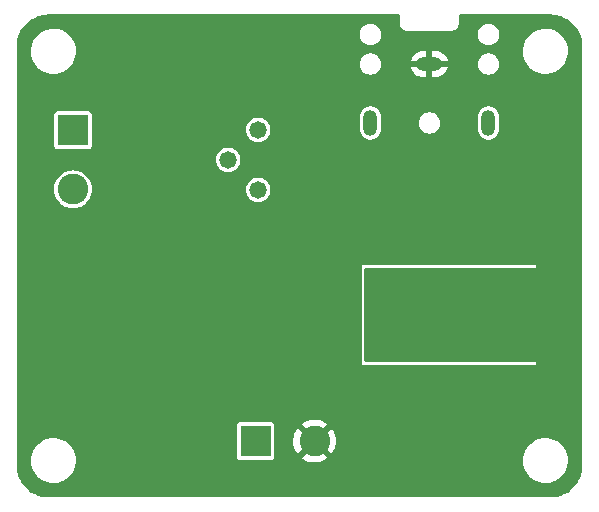
<source format=gbl>
%TF.GenerationSoftware,KiCad,Pcbnew,(6.0.7-1)-1*%
%TF.CreationDate,2022-08-15T15:40:10-06:00*%
%TF.ProjectId,led_modulator,6c65645f-6d6f-4647-956c-61746f722e6b,rev?*%
%TF.SameCoordinates,Original*%
%TF.FileFunction,Copper,L2,Bot*%
%TF.FilePolarity,Positive*%
%FSLAX46Y46*%
G04 Gerber Fmt 4.6, Leading zero omitted, Abs format (unit mm)*
G04 Created by KiCad (PCBNEW (6.0.7-1)-1) date 2022-08-15 15:40:10*
%MOMM*%
%LPD*%
G01*
G04 APERTURE LIST*
%TA.AperFunction,ComponentPad*%
%ADD10R,2.600000X2.600000*%
%TD*%
%TA.AperFunction,ComponentPad*%
%ADD11C,2.600000*%
%TD*%
%TA.AperFunction,ComponentPad*%
%ADD12C,1.473200*%
%TD*%
%TA.AperFunction,ComponentPad*%
%ADD13O,1.200000X2.200000*%
%TD*%
%TA.AperFunction,ComponentPad*%
%ADD14O,2.200000X1.200000*%
%TD*%
%TA.AperFunction,ViaPad*%
%ADD15C,0.800000*%
%TD*%
%TA.AperFunction,ViaPad*%
%ADD16C,0.600000*%
%TD*%
%TA.AperFunction,Conductor*%
%ADD17C,0.400000*%
%TD*%
G04 APERTURE END LIST*
D10*
X132530000Y-142425000D03*
D11*
X137530000Y-142425000D03*
D12*
X132750000Y-116075000D03*
X130210000Y-118615000D03*
X132750000Y-121155000D03*
D10*
X117075000Y-116115000D03*
D11*
X117075000Y-121115000D03*
D13*
X152250000Y-115500000D03*
D14*
X147250000Y-110500000D03*
D13*
X142250000Y-115500000D03*
D15*
X143900000Y-132100000D03*
X125200000Y-126720000D03*
X151450000Y-143500000D03*
X155600000Y-125100000D03*
X143470000Y-143490000D03*
X117800000Y-138200000D03*
X151175000Y-145200000D03*
X119600000Y-144800000D03*
D16*
X147550000Y-139750000D03*
X147298122Y-133103074D03*
X149625000Y-130400000D03*
D17*
X125200000Y-126720000D02*
X125220000Y-126720000D01*
%TA.AperFunction,Conductor*%
G36*
X144708691Y-106319407D02*
G01*
X144744655Y-106368907D01*
X144749500Y-106399500D01*
X144749500Y-106965047D01*
X144747996Y-106982236D01*
X144744864Y-107000000D01*
X144746368Y-107008529D01*
X144746368Y-107008532D01*
X144747033Y-107012304D01*
X144748060Y-107019790D01*
X144755911Y-107099500D01*
X144759636Y-107137322D01*
X144761047Y-107141974D01*
X144761048Y-107141978D01*
X144798277Y-107264706D01*
X144799691Y-107269367D01*
X144864738Y-107391060D01*
X144952275Y-107497725D01*
X145058940Y-107585262D01*
X145180633Y-107650309D01*
X145185293Y-107651723D01*
X145185294Y-107651723D01*
X145308022Y-107688952D01*
X145308026Y-107688953D01*
X145312678Y-107690364D01*
X145377944Y-107696792D01*
X145386537Y-107698253D01*
X145390622Y-107699883D01*
X145396915Y-107700500D01*
X145410731Y-107700500D01*
X145420430Y-107700977D01*
X145430086Y-107701928D01*
X145430212Y-107701940D01*
X145437693Y-107702967D01*
X145441465Y-107703632D01*
X145441471Y-107703632D01*
X145450000Y-107705136D01*
X145467764Y-107702004D01*
X145484953Y-107700500D01*
X149015047Y-107700500D01*
X149032236Y-107702004D01*
X149050000Y-107705136D01*
X149058529Y-107703632D01*
X149058532Y-107703632D01*
X149062304Y-107702967D01*
X149069790Y-107701940D01*
X149182479Y-107690841D01*
X149187322Y-107690364D01*
X149191974Y-107688953D01*
X149191978Y-107688952D01*
X149314706Y-107651723D01*
X149314707Y-107651723D01*
X149319367Y-107650309D01*
X149441060Y-107585262D01*
X149547725Y-107497725D01*
X149635262Y-107391060D01*
X149700309Y-107269367D01*
X149701723Y-107264706D01*
X149738952Y-107141978D01*
X149738953Y-107141974D01*
X149740364Y-107137322D01*
X149746792Y-107072056D01*
X149748253Y-107063463D01*
X149749883Y-107059378D01*
X149750500Y-107053085D01*
X149750500Y-107039269D01*
X149750977Y-107029562D01*
X149751940Y-107019788D01*
X149752967Y-107012307D01*
X149753632Y-107008535D01*
X149753632Y-107008529D01*
X149755136Y-107000000D01*
X149752004Y-106982236D01*
X149750500Y-106965047D01*
X149750500Y-106399500D01*
X149769407Y-106341309D01*
X149818907Y-106305345D01*
X149849500Y-106300500D01*
X157465047Y-106300500D01*
X157482236Y-106302004D01*
X157500000Y-106305136D01*
X157508649Y-106303611D01*
X157531391Y-106302263D01*
X157796702Y-106317163D01*
X157807725Y-106318404D01*
X158011306Y-106352994D01*
X158095209Y-106367250D01*
X158106033Y-106369720D01*
X158201594Y-106397250D01*
X158386252Y-106450450D01*
X158396722Y-106454114D01*
X158666141Y-106565711D01*
X158676131Y-106570522D01*
X158931354Y-106711578D01*
X158940750Y-106717481D01*
X159178581Y-106886232D01*
X159187252Y-106893147D01*
X159316372Y-107008535D01*
X159404689Y-107087460D01*
X159412540Y-107095311D01*
X159445755Y-107132479D01*
X159563921Y-107264706D01*
X159606851Y-107312745D01*
X159613768Y-107321419D01*
X159782516Y-107559246D01*
X159788421Y-107568644D01*
X159907877Y-107784784D01*
X159929475Y-107823863D01*
X159934289Y-107833859D01*
X160001295Y-107995625D01*
X160045885Y-108103274D01*
X160049550Y-108113748D01*
X160072226Y-108192458D01*
X160130280Y-108393967D01*
X160132750Y-108404791D01*
X160175930Y-108658927D01*
X160181595Y-108692271D01*
X160182837Y-108703298D01*
X160193110Y-108886216D01*
X160197737Y-108968609D01*
X160196389Y-108991351D01*
X160194864Y-109000000D01*
X160196368Y-109008528D01*
X160197996Y-109017761D01*
X160199500Y-109034953D01*
X160199500Y-144465047D01*
X160197996Y-144482236D01*
X160194864Y-144500000D01*
X160196368Y-144508530D01*
X160196389Y-144508649D01*
X160197737Y-144531391D01*
X160190476Y-144660694D01*
X160182838Y-144796697D01*
X160181596Y-144807725D01*
X160162618Y-144919421D01*
X160132750Y-145095209D01*
X160130280Y-145106033D01*
X160115557Y-145157138D01*
X160055118Y-145366928D01*
X160049552Y-145386247D01*
X160045886Y-145396722D01*
X159978233Y-145560053D01*
X159934292Y-145666135D01*
X159929478Y-145676131D01*
X159839981Y-145838065D01*
X159788422Y-145931354D01*
X159782519Y-145940750D01*
X159613768Y-146178581D01*
X159606851Y-146187255D01*
X159412540Y-146404689D01*
X159404689Y-146412540D01*
X159187255Y-146606851D01*
X159178581Y-146613768D01*
X159040847Y-146711496D01*
X158940754Y-146782516D01*
X158931356Y-146788421D01*
X158676131Y-146929478D01*
X158666141Y-146934289D01*
X158396722Y-147045886D01*
X158386252Y-147049550D01*
X158201594Y-147102750D01*
X158106033Y-147130280D01*
X158095209Y-147132750D01*
X158011306Y-147147006D01*
X157807725Y-147181596D01*
X157796702Y-147182837D01*
X157531391Y-147197737D01*
X157508649Y-147196389D01*
X157508530Y-147196368D01*
X157500000Y-147194864D01*
X157482236Y-147197996D01*
X157465047Y-147199500D01*
X115034953Y-147199500D01*
X115017764Y-147197996D01*
X115000000Y-147194864D01*
X114991470Y-147196368D01*
X114991351Y-147196389D01*
X114968609Y-147197737D01*
X114703298Y-147182837D01*
X114692275Y-147181596D01*
X114488694Y-147147006D01*
X114404791Y-147132750D01*
X114393967Y-147130280D01*
X114298406Y-147102750D01*
X114113748Y-147049550D01*
X114103278Y-147045886D01*
X113833859Y-146934289D01*
X113823869Y-146929478D01*
X113568644Y-146788421D01*
X113559246Y-146782516D01*
X113459153Y-146711496D01*
X113321419Y-146613768D01*
X113312745Y-146606851D01*
X113095311Y-146412540D01*
X113087460Y-146404689D01*
X112893149Y-146187255D01*
X112886232Y-146178581D01*
X112717481Y-145940750D01*
X112711578Y-145931354D01*
X112660019Y-145838065D01*
X112570522Y-145676131D01*
X112565708Y-145666135D01*
X112521768Y-145560053D01*
X112454114Y-145396722D01*
X112450448Y-145386247D01*
X112444883Y-145366928D01*
X112384443Y-145157138D01*
X112369720Y-145106033D01*
X112367250Y-145095209D01*
X112337382Y-144919421D01*
X112318404Y-144807725D01*
X112317162Y-144796697D01*
X112309525Y-144660694D01*
X112302263Y-144531391D01*
X112303611Y-144508649D01*
X112303632Y-144508530D01*
X112305136Y-144500000D01*
X112302004Y-144482236D01*
X112300500Y-144465047D01*
X112300500Y-144118233D01*
X113519906Y-144118233D01*
X113520246Y-144121795D01*
X113520246Y-144121802D01*
X113538274Y-144310748D01*
X113546102Y-144392792D01*
X113611657Y-144660694D01*
X113715199Y-144916326D01*
X113854558Y-145154335D01*
X114026816Y-145369732D01*
X114228364Y-145558008D01*
X114454979Y-145715216D01*
X114458184Y-145716811D01*
X114458190Y-145716814D01*
X114698699Y-145836466D01*
X114698704Y-145836468D01*
X114701914Y-145838065D01*
X114705325Y-145839183D01*
X114705327Y-145839184D01*
X114960593Y-145922864D01*
X114960596Y-145922865D01*
X114963998Y-145923980D01*
X115235738Y-145971162D01*
X115286160Y-145973672D01*
X115321644Y-145975439D01*
X115321657Y-145975439D01*
X115322876Y-145975500D01*
X115495070Y-145975500D01*
X115700083Y-145960625D01*
X115790086Y-145940754D01*
X115965904Y-145901937D01*
X115965910Y-145901935D01*
X115969403Y-145901164D01*
X115972752Y-145899895D01*
X115972756Y-145899894D01*
X116135951Y-145838065D01*
X116227319Y-145803449D01*
X116468428Y-145669525D01*
X116687678Y-145502198D01*
X116880477Y-145304974D01*
X116992376Y-145151242D01*
X117040682Y-145084876D01*
X117042787Y-145081984D01*
X117171206Y-144837899D01*
X117263045Y-144577832D01*
X117316380Y-144307232D01*
X117330094Y-144031767D01*
X117329754Y-144028205D01*
X117329754Y-144028198D01*
X117305085Y-143769646D01*
X130929500Y-143769646D01*
X130932618Y-143795846D01*
X130978061Y-143898153D01*
X131057287Y-143977241D01*
X131065645Y-143980936D01*
X131152864Y-144019496D01*
X131152866Y-144019496D01*
X131159673Y-144022506D01*
X131167067Y-144023368D01*
X131182378Y-144025153D01*
X131185354Y-144025500D01*
X133874646Y-144025500D01*
X133892561Y-144023368D01*
X133893469Y-144023260D01*
X133893470Y-144023260D01*
X133900846Y-144022382D01*
X134003153Y-143976939D01*
X134082241Y-143897713D01*
X134097497Y-143863205D01*
X136451177Y-143863205D01*
X136451367Y-143864404D01*
X136455505Y-143869271D01*
X136570512Y-143953597D01*
X136576718Y-143957475D01*
X136806985Y-144078625D01*
X136813712Y-144081550D01*
X137059355Y-144167332D01*
X137066421Y-144169226D01*
X137322054Y-144217759D01*
X137329333Y-144218588D01*
X137589325Y-144228803D01*
X137596645Y-144228547D01*
X137855303Y-144200220D01*
X137862486Y-144198888D01*
X138114115Y-144132640D01*
X138121045Y-144130253D01*
X138149022Y-144118233D01*
X155169906Y-144118233D01*
X155170246Y-144121795D01*
X155170246Y-144121802D01*
X155188274Y-144310748D01*
X155196102Y-144392792D01*
X155261657Y-144660694D01*
X155365199Y-144916326D01*
X155504558Y-145154335D01*
X155676816Y-145369732D01*
X155878364Y-145558008D01*
X156104979Y-145715216D01*
X156108184Y-145716811D01*
X156108190Y-145716814D01*
X156348699Y-145836466D01*
X156348704Y-145836468D01*
X156351914Y-145838065D01*
X156355325Y-145839183D01*
X156355327Y-145839184D01*
X156610593Y-145922864D01*
X156610596Y-145922865D01*
X156613998Y-145923980D01*
X156885738Y-145971162D01*
X156936160Y-145973672D01*
X156971644Y-145975439D01*
X156971657Y-145975439D01*
X156972876Y-145975500D01*
X157145070Y-145975500D01*
X157350083Y-145960625D01*
X157440086Y-145940754D01*
X157615904Y-145901937D01*
X157615910Y-145901935D01*
X157619403Y-145901164D01*
X157622752Y-145899895D01*
X157622756Y-145899894D01*
X157785951Y-145838065D01*
X157877319Y-145803449D01*
X158118428Y-145669525D01*
X158337678Y-145502198D01*
X158530477Y-145304974D01*
X158642376Y-145151242D01*
X158690682Y-145084876D01*
X158692787Y-145081984D01*
X158821206Y-144837899D01*
X158913045Y-144577832D01*
X158966380Y-144307232D01*
X158980094Y-144031767D01*
X158979754Y-144028205D01*
X158979754Y-144028198D01*
X158954239Y-143760779D01*
X158954238Y-143760775D01*
X158953898Y-143757208D01*
X158888343Y-143489306D01*
X158784801Y-143233674D01*
X158645442Y-142995665D01*
X158473184Y-142780268D01*
X158271636Y-142591992D01*
X158045021Y-142434784D01*
X158041816Y-142433189D01*
X158041810Y-142433186D01*
X157801301Y-142313534D01*
X157801296Y-142313532D01*
X157798086Y-142311935D01*
X157794675Y-142310817D01*
X157794673Y-142310816D01*
X157539407Y-142227136D01*
X157539404Y-142227135D01*
X157536002Y-142226020D01*
X157264262Y-142178838D01*
X157213840Y-142176328D01*
X157178356Y-142174561D01*
X157178343Y-142174561D01*
X157177124Y-142174500D01*
X157004930Y-142174500D01*
X156799917Y-142189375D01*
X156796406Y-142190150D01*
X156796407Y-142190150D01*
X156534096Y-142248063D01*
X156534090Y-142248065D01*
X156530597Y-142248836D01*
X156527248Y-142250105D01*
X156527244Y-142250106D01*
X156423185Y-142289530D01*
X156272681Y-142346551D01*
X156031572Y-142480475D01*
X155812322Y-142647802D01*
X155619523Y-142845026D01*
X155617414Y-142847923D01*
X155617411Y-142847927D01*
X155478456Y-143038831D01*
X155457213Y-143068016D01*
X155328794Y-143312101D01*
X155236955Y-143572168D01*
X155183620Y-143842768D01*
X155183442Y-143846341D01*
X155183442Y-143846342D01*
X155182042Y-143874456D01*
X155169906Y-144118233D01*
X138149022Y-144118233D01*
X138360098Y-144027548D01*
X138366605Y-144024161D01*
X138587859Y-143887246D01*
X138593782Y-143882942D01*
X138603806Y-143874456D01*
X138610824Y-143863116D01*
X138610596Y-143860053D01*
X138608802Y-143857355D01*
X137541086Y-142789639D01*
X137529203Y-142783585D01*
X137524172Y-142784381D01*
X136457231Y-143851322D01*
X136451177Y-143863205D01*
X134097497Y-143863205D01*
X134127506Y-143795327D01*
X134130500Y-143769646D01*
X134130500Y-142381417D01*
X135725748Y-142381417D01*
X135738232Y-142641315D01*
X135739124Y-142648578D01*
X135789886Y-142903779D01*
X135791843Y-142910835D01*
X135879765Y-143155717D01*
X135882748Y-143162418D01*
X136005900Y-143391614D01*
X136009839Y-143397797D01*
X136083311Y-143496188D01*
X136094205Y-143503887D01*
X136095654Y-143503868D01*
X136100745Y-143500702D01*
X137165361Y-142436086D01*
X137170603Y-142425797D01*
X137888585Y-142425797D01*
X137889381Y-142430828D01*
X138959686Y-143501133D01*
X138971569Y-143507187D01*
X138974524Y-143506719D01*
X139114316Y-143289387D01*
X139117818Y-143282938D01*
X139224681Y-143045710D01*
X139227185Y-143038831D01*
X139297813Y-142788404D01*
X139299274Y-142781220D01*
X139332259Y-142521936D01*
X139332638Y-142516987D01*
X139334982Y-142427492D01*
X139334863Y-142422517D01*
X139315492Y-142161851D01*
X139314411Y-142154622D01*
X139256985Y-141900835D01*
X139254845Y-141893834D01*
X139160539Y-141651326D01*
X139157390Y-141644724D01*
X139028274Y-141418819D01*
X139024174Y-141412742D01*
X138977297Y-141353279D01*
X138966206Y-141345868D01*
X138964063Y-141345952D01*
X138960001Y-141348552D01*
X137894639Y-142413914D01*
X137888585Y-142425797D01*
X137170603Y-142425797D01*
X137171415Y-142424203D01*
X137170619Y-142419172D01*
X136102340Y-141350893D01*
X136090457Y-141344839D01*
X136087655Y-141345282D01*
X136084809Y-141347556D01*
X136062837Y-141373974D01*
X136058574Y-141379950D01*
X135923599Y-141602382D01*
X135920269Y-141608918D01*
X135819653Y-141848860D01*
X135817326Y-141855813D01*
X135753280Y-142107996D01*
X135752008Y-142115212D01*
X135725940Y-142374097D01*
X135725748Y-142381417D01*
X134130500Y-142381417D01*
X134130500Y-141080354D01*
X134127382Y-141054154D01*
X134097384Y-140986619D01*
X136448285Y-140986619D01*
X136452590Y-140994037D01*
X137518914Y-142060361D01*
X137530797Y-142066415D01*
X137535828Y-142065619D01*
X138603666Y-140997781D01*
X138609720Y-140985898D01*
X138609640Y-140985391D01*
X138604675Y-140979705D01*
X138449148Y-140871812D01*
X138442836Y-140868094D01*
X138209482Y-140753017D01*
X138202682Y-140750269D01*
X137954882Y-140670948D01*
X137947755Y-140669237D01*
X137690937Y-140627411D01*
X137683656Y-140626774D01*
X137423469Y-140623368D01*
X137416173Y-140623814D01*
X137158342Y-140658904D01*
X137151190Y-140660424D01*
X136901386Y-140733235D01*
X136894520Y-140735802D01*
X136658231Y-140844733D01*
X136651825Y-140848284D01*
X136456566Y-140976301D01*
X136448285Y-140986619D01*
X134097384Y-140986619D01*
X134081939Y-140951847D01*
X134002713Y-140872759D01*
X133973591Y-140859884D01*
X133907136Y-140830504D01*
X133907134Y-140830504D01*
X133900327Y-140827494D01*
X133886322Y-140825861D01*
X133877494Y-140824832D01*
X133877493Y-140824832D01*
X133874646Y-140824500D01*
X131185354Y-140824500D01*
X131168951Y-140826452D01*
X131166531Y-140826740D01*
X131166530Y-140826740D01*
X131159154Y-140827618D01*
X131056847Y-140873061D01*
X130977759Y-140952287D01*
X130932494Y-141054673D01*
X130929500Y-141080354D01*
X130929500Y-143769646D01*
X117305085Y-143769646D01*
X117304239Y-143760779D01*
X117304238Y-143760775D01*
X117303898Y-143757208D01*
X117238343Y-143489306D01*
X117134801Y-143233674D01*
X116995442Y-142995665D01*
X116823184Y-142780268D01*
X116621636Y-142591992D01*
X116395021Y-142434784D01*
X116391816Y-142433189D01*
X116391810Y-142433186D01*
X116151301Y-142313534D01*
X116151296Y-142313532D01*
X116148086Y-142311935D01*
X116144675Y-142310817D01*
X116144673Y-142310816D01*
X115889407Y-142227136D01*
X115889404Y-142227135D01*
X115886002Y-142226020D01*
X115614262Y-142178838D01*
X115563840Y-142176328D01*
X115528356Y-142174561D01*
X115528343Y-142174561D01*
X115527124Y-142174500D01*
X115354930Y-142174500D01*
X115149917Y-142189375D01*
X115146406Y-142190150D01*
X115146407Y-142190150D01*
X114884096Y-142248063D01*
X114884090Y-142248065D01*
X114880597Y-142248836D01*
X114877248Y-142250105D01*
X114877244Y-142250106D01*
X114773185Y-142289530D01*
X114622681Y-142346551D01*
X114381572Y-142480475D01*
X114162322Y-142647802D01*
X113969523Y-142845026D01*
X113967414Y-142847923D01*
X113967411Y-142847927D01*
X113828456Y-143038831D01*
X113807213Y-143068016D01*
X113678794Y-143312101D01*
X113586955Y-143572168D01*
X113533620Y-143842768D01*
X113533442Y-143846341D01*
X113533442Y-143846342D01*
X113532042Y-143874456D01*
X113519906Y-144118233D01*
X112300500Y-144118233D01*
X112300500Y-136000000D01*
X141500000Y-136000000D01*
X156250000Y-136000000D01*
X156250000Y-135750000D01*
X141849000Y-135750000D01*
X141790809Y-135731093D01*
X141754845Y-135681593D01*
X141750000Y-135651000D01*
X141750000Y-127849000D01*
X141768907Y-127790809D01*
X141818407Y-127754845D01*
X141849000Y-127750000D01*
X156250000Y-127750000D01*
X156250000Y-127500000D01*
X141500000Y-127500000D01*
X141500000Y-136000000D01*
X112300500Y-136000000D01*
X112300500Y-121115000D01*
X115469551Y-121115000D01*
X115469856Y-121118875D01*
X115487871Y-121347771D01*
X115489317Y-121366148D01*
X115548127Y-121611111D01*
X115644534Y-121843859D01*
X115776164Y-122058659D01*
X115939776Y-122250224D01*
X116131341Y-122413836D01*
X116346141Y-122545466D01*
X116434815Y-122582196D01*
X116575298Y-122640386D01*
X116575303Y-122640388D01*
X116578889Y-122641873D01*
X116582663Y-122642779D01*
X116582666Y-122642780D01*
X116820078Y-122699777D01*
X116823852Y-122700683D01*
X116827717Y-122700987D01*
X116827722Y-122700988D01*
X117071125Y-122720144D01*
X117075000Y-122720449D01*
X117078875Y-122720144D01*
X117322278Y-122700988D01*
X117322283Y-122700987D01*
X117326148Y-122700683D01*
X117329922Y-122699777D01*
X117567334Y-122642780D01*
X117567337Y-122642779D01*
X117571111Y-122641873D01*
X117574697Y-122640388D01*
X117574702Y-122640386D01*
X117715185Y-122582196D01*
X117803859Y-122545466D01*
X118018659Y-122413836D01*
X118210224Y-122250224D01*
X118373836Y-122058659D01*
X118505466Y-121843859D01*
X118601873Y-121611111D01*
X118660683Y-121366148D01*
X118662130Y-121347771D01*
X118678446Y-121140450D01*
X131707984Y-121140450D01*
X131725002Y-121343122D01*
X131781063Y-121538629D01*
X131783278Y-121542939D01*
X131816372Y-121607334D01*
X131874030Y-121719524D01*
X132000363Y-121878916D01*
X132155249Y-122010734D01*
X132159472Y-122013094D01*
X132159476Y-122013097D01*
X132274947Y-122077631D01*
X132332789Y-122109958D01*
X132383980Y-122126591D01*
X132521615Y-122171312D01*
X132521618Y-122171313D01*
X132526220Y-122172808D01*
X132728176Y-122196889D01*
X132732998Y-122196518D01*
X132733001Y-122196518D01*
X132799138Y-122191429D01*
X132930962Y-122181286D01*
X133126855Y-122126591D01*
X133131168Y-122124412D01*
X133131174Y-122124410D01*
X133304074Y-122037072D01*
X133304076Y-122037070D01*
X133308395Y-122034889D01*
X133343329Y-122007596D01*
X133464849Y-121912655D01*
X133464853Y-121912651D01*
X133468665Y-121909673D01*
X133492509Y-121882050D01*
X133598401Y-121759371D01*
X133601561Y-121755710D01*
X133702022Y-121578868D01*
X133716958Y-121533971D01*
X133764694Y-121390471D01*
X133764695Y-121390469D01*
X133766221Y-121385880D01*
X133791712Y-121184098D01*
X133792118Y-121155000D01*
X133772271Y-120952585D01*
X133769421Y-120943144D01*
X133714885Y-120762512D01*
X133714883Y-120762507D01*
X133713486Y-120757880D01*
X133662872Y-120662689D01*
X133620275Y-120582575D01*
X133620273Y-120582571D01*
X133618002Y-120578301D01*
X133489456Y-120420688D01*
X133332745Y-120291045D01*
X133153837Y-120194310D01*
X133090362Y-120174661D01*
X132964168Y-120135597D01*
X132964164Y-120135596D01*
X132959547Y-120134167D01*
X132954739Y-120133662D01*
X132954736Y-120133661D01*
X132762091Y-120113413D01*
X132762089Y-120113413D01*
X132757275Y-120112907D01*
X132692844Y-120118771D01*
X132559547Y-120130902D01*
X132559544Y-120130903D01*
X132554727Y-120131341D01*
X132550085Y-120132707D01*
X132550081Y-120132708D01*
X132364263Y-120187397D01*
X132364260Y-120187398D01*
X132359616Y-120188765D01*
X132179375Y-120282993D01*
X132175606Y-120286023D01*
X132175605Y-120286024D01*
X132024641Y-120407401D01*
X132024638Y-120407404D01*
X132020868Y-120410435D01*
X132017755Y-120414146D01*
X132017753Y-120414147D01*
X131893247Y-120562528D01*
X131890134Y-120566238D01*
X131887802Y-120570481D01*
X131887800Y-120570483D01*
X131859113Y-120622666D01*
X131792153Y-120744466D01*
X131790690Y-120749079D01*
X131790688Y-120749083D01*
X131786428Y-120762512D01*
X131730655Y-120938331D01*
X131730115Y-120943143D01*
X131730115Y-120943144D01*
X131710839Y-121115000D01*
X131707984Y-121140450D01*
X118678446Y-121140450D01*
X118680144Y-121118875D01*
X118680449Y-121115000D01*
X118667667Y-120952585D01*
X118660988Y-120867722D01*
X118660987Y-120867717D01*
X118660683Y-120863852D01*
X118601873Y-120618889D01*
X118586832Y-120582575D01*
X118506954Y-120389734D01*
X118505466Y-120386141D01*
X118373836Y-120171341D01*
X118210224Y-119979776D01*
X118018659Y-119816164D01*
X117803859Y-119684534D01*
X117699449Y-119641286D01*
X117574702Y-119589614D01*
X117574697Y-119589612D01*
X117571111Y-119588127D01*
X117567337Y-119587221D01*
X117567334Y-119587220D01*
X117329922Y-119530223D01*
X117329921Y-119530223D01*
X117326148Y-119529317D01*
X117322283Y-119529013D01*
X117322278Y-119529012D01*
X117078875Y-119509856D01*
X117075000Y-119509551D01*
X117071125Y-119509856D01*
X116827722Y-119529012D01*
X116827717Y-119529013D01*
X116823852Y-119529317D01*
X116820079Y-119530223D01*
X116820078Y-119530223D01*
X116582666Y-119587220D01*
X116582663Y-119587221D01*
X116578889Y-119588127D01*
X116575303Y-119589612D01*
X116575298Y-119589614D01*
X116450551Y-119641286D01*
X116346141Y-119684534D01*
X116131341Y-119816164D01*
X115939776Y-119979776D01*
X115776164Y-120171341D01*
X115644534Y-120386141D01*
X115643046Y-120389734D01*
X115563169Y-120582575D01*
X115548127Y-120618889D01*
X115489317Y-120863852D01*
X115489013Y-120867717D01*
X115489012Y-120867722D01*
X115482333Y-120952585D01*
X115469551Y-121115000D01*
X112300500Y-121115000D01*
X112300500Y-118600450D01*
X129167984Y-118600450D01*
X129185002Y-118803122D01*
X129241063Y-118998629D01*
X129243278Y-119002939D01*
X129287546Y-119089076D01*
X129334030Y-119179524D01*
X129460363Y-119338916D01*
X129615249Y-119470734D01*
X129619472Y-119473094D01*
X129619476Y-119473097D01*
X129685249Y-119509856D01*
X129792789Y-119569958D01*
X129843980Y-119586591D01*
X129981615Y-119631312D01*
X129981618Y-119631313D01*
X129986220Y-119632808D01*
X130188176Y-119656889D01*
X130192998Y-119656518D01*
X130193001Y-119656518D01*
X130259138Y-119651429D01*
X130390962Y-119641286D01*
X130586855Y-119586591D01*
X130591168Y-119584412D01*
X130591174Y-119584410D01*
X130764074Y-119497072D01*
X130764076Y-119497070D01*
X130768395Y-119494889D01*
X130803329Y-119467596D01*
X130924849Y-119372655D01*
X130924853Y-119372651D01*
X130928665Y-119369673D01*
X130952509Y-119342050D01*
X131058401Y-119219371D01*
X131061561Y-119215710D01*
X131162022Y-119038868D01*
X131176958Y-118993971D01*
X131224694Y-118850471D01*
X131224695Y-118850469D01*
X131226221Y-118845880D01*
X131251712Y-118644098D01*
X131252118Y-118615000D01*
X131232271Y-118412585D01*
X131229421Y-118403144D01*
X131174885Y-118222512D01*
X131174883Y-118222507D01*
X131173486Y-118217880D01*
X131078002Y-118038301D01*
X130949456Y-117880688D01*
X130792745Y-117751045D01*
X130644057Y-117670650D01*
X130618091Y-117656610D01*
X130618090Y-117656610D01*
X130613837Y-117654310D01*
X130550701Y-117634766D01*
X130424168Y-117595597D01*
X130424164Y-117595596D01*
X130419547Y-117594167D01*
X130414739Y-117593662D01*
X130414736Y-117593661D01*
X130222091Y-117573413D01*
X130222089Y-117573413D01*
X130217275Y-117572907D01*
X130152844Y-117578771D01*
X130019547Y-117590902D01*
X130019544Y-117590903D01*
X130014727Y-117591341D01*
X130010085Y-117592707D01*
X130010081Y-117592708D01*
X129824263Y-117647397D01*
X129824260Y-117647398D01*
X129819616Y-117648765D01*
X129639375Y-117742993D01*
X129635606Y-117746023D01*
X129635605Y-117746024D01*
X129484641Y-117867401D01*
X129484638Y-117867404D01*
X129480868Y-117870435D01*
X129477755Y-117874146D01*
X129477753Y-117874147D01*
X129353247Y-118022528D01*
X129350134Y-118026238D01*
X129347802Y-118030481D01*
X129347800Y-118030483D01*
X129341153Y-118042575D01*
X129252153Y-118204466D01*
X129250690Y-118209079D01*
X129250688Y-118209083D01*
X129246428Y-118222512D01*
X129190655Y-118398331D01*
X129167984Y-118600450D01*
X112300500Y-118600450D01*
X112300500Y-117459646D01*
X115474500Y-117459646D01*
X115477618Y-117485846D01*
X115523061Y-117588153D01*
X115602287Y-117667241D01*
X115610645Y-117670936D01*
X115697864Y-117709496D01*
X115697866Y-117709496D01*
X115704673Y-117712506D01*
X115712067Y-117713368D01*
X115727378Y-117715153D01*
X115730354Y-117715500D01*
X118419646Y-117715500D01*
X118437561Y-117713368D01*
X118438469Y-117713260D01*
X118438470Y-117713260D01*
X118445846Y-117712382D01*
X118548153Y-117666939D01*
X118566296Y-117648765D01*
X118588024Y-117626998D01*
X118627241Y-117587713D01*
X118672506Y-117485327D01*
X118675500Y-117459646D01*
X118675500Y-116060450D01*
X131707984Y-116060450D01*
X131711416Y-116101324D01*
X131718716Y-116188256D01*
X131725002Y-116263122D01*
X131726335Y-116267770D01*
X131726335Y-116267771D01*
X131764395Y-116400500D01*
X131781063Y-116458629D01*
X131783278Y-116462939D01*
X131816573Y-116527725D01*
X131874030Y-116639524D01*
X132000363Y-116798916D01*
X132155249Y-116930734D01*
X132159472Y-116933094D01*
X132159476Y-116933097D01*
X132202375Y-116957072D01*
X132332789Y-117029958D01*
X132383980Y-117046591D01*
X132521615Y-117091312D01*
X132521618Y-117091313D01*
X132526220Y-117092808D01*
X132728176Y-117116889D01*
X132732998Y-117116518D01*
X132733001Y-117116518D01*
X132799138Y-117111429D01*
X132930962Y-117101286D01*
X133126855Y-117046591D01*
X133131168Y-117044412D01*
X133131174Y-117044410D01*
X133304074Y-116957072D01*
X133304076Y-116957070D01*
X133308395Y-116954889D01*
X133343329Y-116927596D01*
X133464849Y-116832655D01*
X133464853Y-116832651D01*
X133468665Y-116829673D01*
X133492509Y-116802050D01*
X133598401Y-116679371D01*
X133601561Y-116675710D01*
X133702022Y-116498868D01*
X133716958Y-116453971D01*
X133764694Y-116310471D01*
X133764695Y-116310469D01*
X133766221Y-116305880D01*
X133775926Y-116229061D01*
X133781732Y-116183098D01*
X133791712Y-116104098D01*
X133792118Y-116075000D01*
X133789391Y-116047192D01*
X141349500Y-116047192D01*
X141364326Y-116188256D01*
X141365927Y-116193183D01*
X141365928Y-116193188D01*
X141421219Y-116363354D01*
X141422821Y-116368284D01*
X141425412Y-116372772D01*
X141425413Y-116372774D01*
X141500641Y-116503072D01*
X141517467Y-116532216D01*
X141520939Y-116536072D01*
X141640659Y-116669035D01*
X141640663Y-116669038D01*
X141644129Y-116672888D01*
X141797270Y-116784151D01*
X141802002Y-116786258D01*
X141802004Y-116786259D01*
X141830432Y-116798916D01*
X141970197Y-116861144D01*
X141975267Y-116862222D01*
X141975268Y-116862222D01*
X142012610Y-116870159D01*
X142155354Y-116900500D01*
X142344646Y-116900500D01*
X142487390Y-116870159D01*
X142524732Y-116862222D01*
X142524733Y-116862222D01*
X142529803Y-116861144D01*
X142669568Y-116798916D01*
X142697996Y-116786259D01*
X142697998Y-116786258D01*
X142702730Y-116784151D01*
X142855871Y-116672888D01*
X142859337Y-116669038D01*
X142859341Y-116669035D01*
X142979061Y-116536072D01*
X142982533Y-116532216D01*
X142999359Y-116503072D01*
X143074587Y-116372774D01*
X143074588Y-116372772D01*
X143077179Y-116368284D01*
X143078781Y-116363354D01*
X143134072Y-116193188D01*
X143134073Y-116193183D01*
X143135674Y-116188256D01*
X143150500Y-116047192D01*
X143150500Y-115594646D01*
X146349500Y-115594646D01*
X146388856Y-115779803D01*
X146390965Y-115784539D01*
X146390965Y-115784540D01*
X146421765Y-115853716D01*
X146465849Y-115952730D01*
X146577112Y-116105871D01*
X146580962Y-116109337D01*
X146580965Y-116109341D01*
X146674087Y-116193188D01*
X146717784Y-116232533D01*
X146722274Y-116235125D01*
X146722275Y-116235126D01*
X146877226Y-116324587D01*
X146877228Y-116324588D01*
X146881716Y-116327179D01*
X146886645Y-116328780D01*
X146886646Y-116328781D01*
X147056812Y-116384072D01*
X147056817Y-116384073D01*
X147061744Y-116385674D01*
X147202808Y-116400500D01*
X147297192Y-116400500D01*
X147438256Y-116385674D01*
X147443183Y-116384073D01*
X147443188Y-116384072D01*
X147613354Y-116328781D01*
X147613355Y-116328780D01*
X147618284Y-116327179D01*
X147622772Y-116324588D01*
X147622774Y-116324587D01*
X147777725Y-116235126D01*
X147777726Y-116235125D01*
X147782216Y-116232533D01*
X147825913Y-116193188D01*
X147919035Y-116109341D01*
X147919038Y-116109337D01*
X147922888Y-116105871D01*
X147965521Y-116047192D01*
X151349500Y-116047192D01*
X151364326Y-116188256D01*
X151365927Y-116193183D01*
X151365928Y-116193188D01*
X151421219Y-116363354D01*
X151422821Y-116368284D01*
X151425412Y-116372772D01*
X151425413Y-116372774D01*
X151500641Y-116503072D01*
X151517467Y-116532216D01*
X151520939Y-116536072D01*
X151640659Y-116669035D01*
X151640663Y-116669038D01*
X151644129Y-116672888D01*
X151797270Y-116784151D01*
X151802002Y-116786258D01*
X151802004Y-116786259D01*
X151830432Y-116798916D01*
X151970197Y-116861144D01*
X151975267Y-116862222D01*
X151975268Y-116862222D01*
X152012610Y-116870159D01*
X152155354Y-116900500D01*
X152344646Y-116900500D01*
X152487390Y-116870159D01*
X152524732Y-116862222D01*
X152524733Y-116862222D01*
X152529803Y-116861144D01*
X152669568Y-116798916D01*
X152697996Y-116786259D01*
X152697998Y-116786258D01*
X152702730Y-116784151D01*
X152855871Y-116672888D01*
X152859337Y-116669038D01*
X152859341Y-116669035D01*
X152979061Y-116536072D01*
X152982533Y-116532216D01*
X152999359Y-116503072D01*
X153074587Y-116372774D01*
X153074588Y-116372772D01*
X153077179Y-116368284D01*
X153078781Y-116363354D01*
X153134072Y-116193188D01*
X153134073Y-116193183D01*
X153135674Y-116188256D01*
X153150500Y-116047192D01*
X153150500Y-114952808D01*
X153135674Y-114811744D01*
X153134073Y-114806817D01*
X153134072Y-114806812D01*
X153078781Y-114636646D01*
X153078780Y-114636645D01*
X153077179Y-114631716D01*
X153035234Y-114559064D01*
X152985126Y-114472275D01*
X152985125Y-114472274D01*
X152982533Y-114467784D01*
X152974044Y-114458356D01*
X152859341Y-114330965D01*
X152859337Y-114330962D01*
X152855871Y-114327112D01*
X152702730Y-114215849D01*
X152697998Y-114213742D01*
X152697996Y-114213741D01*
X152534540Y-114140965D01*
X152534539Y-114140965D01*
X152529803Y-114138856D01*
X152524733Y-114137778D01*
X152524732Y-114137778D01*
X152487390Y-114129841D01*
X152344646Y-114099500D01*
X152155354Y-114099500D01*
X152012610Y-114129841D01*
X151975268Y-114137778D01*
X151975267Y-114137778D01*
X151970197Y-114138856D01*
X151965461Y-114140965D01*
X151965460Y-114140965D01*
X151802004Y-114213741D01*
X151802002Y-114213742D01*
X151797270Y-114215849D01*
X151644129Y-114327112D01*
X151640663Y-114330962D01*
X151640659Y-114330965D01*
X151525956Y-114458356D01*
X151517467Y-114467784D01*
X151514875Y-114472274D01*
X151514874Y-114472275D01*
X151464767Y-114559064D01*
X151422821Y-114631716D01*
X151421220Y-114636645D01*
X151421219Y-114636646D01*
X151365928Y-114806812D01*
X151365927Y-114806817D01*
X151364326Y-114811744D01*
X151349500Y-114952808D01*
X151349500Y-116047192D01*
X147965521Y-116047192D01*
X148034151Y-115952730D01*
X148078236Y-115853716D01*
X148109035Y-115784540D01*
X148109035Y-115784539D01*
X148111144Y-115779803D01*
X148150500Y-115594646D01*
X148150500Y-115405354D01*
X148111144Y-115220197D01*
X148065024Y-115116610D01*
X148036259Y-115052004D01*
X148036258Y-115052002D01*
X148034151Y-115047270D01*
X147922888Y-114894129D01*
X147919038Y-114890663D01*
X147919035Y-114890659D01*
X147786072Y-114770939D01*
X147782216Y-114767467D01*
X147777725Y-114764874D01*
X147622774Y-114675413D01*
X147622772Y-114675412D01*
X147618284Y-114672821D01*
X147613354Y-114671219D01*
X147443188Y-114615928D01*
X147443183Y-114615927D01*
X147438256Y-114614326D01*
X147297192Y-114599500D01*
X147202808Y-114599500D01*
X147061744Y-114614326D01*
X147056817Y-114615927D01*
X147056812Y-114615928D01*
X146886646Y-114671219D01*
X146881716Y-114672821D01*
X146877228Y-114675412D01*
X146877226Y-114675413D01*
X146722275Y-114764874D01*
X146717784Y-114767467D01*
X146713928Y-114770939D01*
X146580965Y-114890659D01*
X146580962Y-114890663D01*
X146577112Y-114894129D01*
X146465849Y-115047270D01*
X146463742Y-115052002D01*
X146463741Y-115052004D01*
X146434976Y-115116610D01*
X146388856Y-115220197D01*
X146349500Y-115405354D01*
X146349500Y-115594646D01*
X143150500Y-115594646D01*
X143150500Y-114952808D01*
X143135674Y-114811744D01*
X143134073Y-114806817D01*
X143134072Y-114806812D01*
X143078781Y-114636646D01*
X143078780Y-114636645D01*
X143077179Y-114631716D01*
X143035234Y-114559064D01*
X142985126Y-114472275D01*
X142985125Y-114472274D01*
X142982533Y-114467784D01*
X142974044Y-114458356D01*
X142859341Y-114330965D01*
X142859337Y-114330962D01*
X142855871Y-114327112D01*
X142702730Y-114215849D01*
X142697998Y-114213742D01*
X142697996Y-114213741D01*
X142534540Y-114140965D01*
X142534539Y-114140965D01*
X142529803Y-114138856D01*
X142524733Y-114137778D01*
X142524732Y-114137778D01*
X142487390Y-114129841D01*
X142344646Y-114099500D01*
X142155354Y-114099500D01*
X142012610Y-114129841D01*
X141975268Y-114137778D01*
X141975267Y-114137778D01*
X141970197Y-114138856D01*
X141965461Y-114140965D01*
X141965460Y-114140965D01*
X141802004Y-114213741D01*
X141802002Y-114213742D01*
X141797270Y-114215849D01*
X141644129Y-114327112D01*
X141640663Y-114330962D01*
X141640659Y-114330965D01*
X141525956Y-114458356D01*
X141517467Y-114467784D01*
X141514875Y-114472274D01*
X141514874Y-114472275D01*
X141464767Y-114559064D01*
X141422821Y-114631716D01*
X141421220Y-114636645D01*
X141421219Y-114636646D01*
X141365928Y-114806812D01*
X141365927Y-114806817D01*
X141364326Y-114811744D01*
X141349500Y-114952808D01*
X141349500Y-116047192D01*
X133789391Y-116047192D01*
X133772271Y-115872585D01*
X133769421Y-115863144D01*
X133714885Y-115682512D01*
X133714883Y-115682507D01*
X133713486Y-115677880D01*
X133618002Y-115498301D01*
X133546429Y-115410543D01*
X133492517Y-115344441D01*
X133492516Y-115344440D01*
X133489456Y-115340688D01*
X133332745Y-115211045D01*
X133153837Y-115114310D01*
X133090701Y-115094766D01*
X132964168Y-115055597D01*
X132964164Y-115055596D01*
X132959547Y-115054167D01*
X132954739Y-115053662D01*
X132954736Y-115053661D01*
X132762091Y-115033413D01*
X132762089Y-115033413D01*
X132757275Y-115032907D01*
X132692844Y-115038771D01*
X132559547Y-115050902D01*
X132559544Y-115050903D01*
X132554727Y-115051341D01*
X132550085Y-115052707D01*
X132550081Y-115052708D01*
X132364263Y-115107397D01*
X132364260Y-115107398D01*
X132359616Y-115108765D01*
X132179375Y-115202993D01*
X132175606Y-115206023D01*
X132175605Y-115206024D01*
X132024641Y-115327401D01*
X132024638Y-115327404D01*
X132020868Y-115330435D01*
X132017755Y-115334146D01*
X132017753Y-115334147D01*
X131893247Y-115482528D01*
X131890134Y-115486238D01*
X131887802Y-115490481D01*
X131887800Y-115490483D01*
X131830537Y-115594646D01*
X131792153Y-115664466D01*
X131790690Y-115669079D01*
X131790688Y-115669083D01*
X131786428Y-115682512D01*
X131730655Y-115858331D01*
X131730115Y-115863143D01*
X131730115Y-115863144D01*
X131709184Y-116049756D01*
X131707984Y-116060450D01*
X118675500Y-116060450D01*
X118675500Y-114770354D01*
X118672382Y-114744154D01*
X118626939Y-114641847D01*
X118616791Y-114631716D01*
X118554179Y-114569214D01*
X118547713Y-114562759D01*
X118518591Y-114549884D01*
X118452136Y-114520504D01*
X118452134Y-114520504D01*
X118445327Y-114517494D01*
X118431322Y-114515861D01*
X118422494Y-114514832D01*
X118422493Y-114514832D01*
X118419646Y-114514500D01*
X115730354Y-114514500D01*
X115713951Y-114516452D01*
X115711531Y-114516740D01*
X115711530Y-114516740D01*
X115704154Y-114517618D01*
X115601847Y-114563061D01*
X115522759Y-114642287D01*
X115477494Y-114744673D01*
X115474500Y-114770354D01*
X115474500Y-117459646D01*
X112300500Y-117459646D01*
X112300500Y-109468233D01*
X113519906Y-109468233D01*
X113520246Y-109471795D01*
X113520246Y-109471802D01*
X113545761Y-109739221D01*
X113546102Y-109742792D01*
X113611657Y-110010694D01*
X113715199Y-110266326D01*
X113854558Y-110504335D01*
X114026816Y-110719732D01*
X114228364Y-110908008D01*
X114454979Y-111065216D01*
X114458184Y-111066811D01*
X114458190Y-111066814D01*
X114698699Y-111186466D01*
X114698704Y-111186468D01*
X114701914Y-111188065D01*
X114705325Y-111189183D01*
X114705327Y-111189184D01*
X114960593Y-111272864D01*
X114960596Y-111272865D01*
X114963998Y-111273980D01*
X115235738Y-111321162D01*
X115286160Y-111323672D01*
X115321644Y-111325439D01*
X115321657Y-111325439D01*
X115322876Y-111325500D01*
X115495070Y-111325500D01*
X115700083Y-111310625D01*
X115763367Y-111296653D01*
X115965904Y-111251937D01*
X115965910Y-111251935D01*
X115969403Y-111251164D01*
X115972752Y-111249895D01*
X115972756Y-111249894D01*
X116135951Y-111188065D01*
X116227319Y-111153449D01*
X116468428Y-111019525D01*
X116687678Y-110852198D01*
X116880477Y-110654974D01*
X116920696Y-110599720D01*
X116924389Y-110594646D01*
X141349500Y-110594646D01*
X141388856Y-110779803D01*
X141390965Y-110784539D01*
X141390965Y-110784540D01*
X141426363Y-110864043D01*
X141465849Y-110952730D01*
X141577112Y-111105871D01*
X141580962Y-111109337D01*
X141580965Y-111109341D01*
X141668397Y-111188065D01*
X141717784Y-111232533D01*
X141722274Y-111235125D01*
X141722275Y-111235126D01*
X141877226Y-111324587D01*
X141877228Y-111324588D01*
X141881716Y-111327179D01*
X141886645Y-111328780D01*
X141886646Y-111328781D01*
X142056812Y-111384072D01*
X142056817Y-111384073D01*
X142061744Y-111385674D01*
X142202808Y-111400500D01*
X142297192Y-111400500D01*
X142438256Y-111385674D01*
X142443183Y-111384073D01*
X142443188Y-111384072D01*
X142613354Y-111328781D01*
X142613355Y-111328780D01*
X142618284Y-111327179D01*
X142622772Y-111324588D01*
X142622774Y-111324587D01*
X142777725Y-111235126D01*
X142777726Y-111235125D01*
X142782216Y-111232533D01*
X142831603Y-111188065D01*
X142919035Y-111109341D01*
X142919038Y-111109337D01*
X142922888Y-111105871D01*
X143034151Y-110952730D01*
X143073638Y-110864043D01*
X143109035Y-110784540D01*
X143109035Y-110784539D01*
X143111144Y-110779803D01*
X143114645Y-110763333D01*
X145681960Y-110763333D01*
X145704093Y-110855171D01*
X145707148Y-110864043D01*
X145790126Y-111046541D01*
X145794802Y-111054674D01*
X145910791Y-111218189D01*
X145916920Y-111225289D01*
X146061738Y-111363923D01*
X146069101Y-111369737D01*
X146237523Y-111478487D01*
X146245839Y-111482798D01*
X146431799Y-111557742D01*
X146440779Y-111560402D01*
X146638677Y-111599048D01*
X146645728Y-111599904D01*
X146646472Y-111599940D01*
X146648916Y-111600000D01*
X146984320Y-111600000D01*
X146997005Y-111595878D01*
X147000000Y-111591757D01*
X147000000Y-111584320D01*
X147500000Y-111584320D01*
X147504122Y-111597005D01*
X147508243Y-111600000D01*
X147800087Y-111600000D01*
X147804801Y-111599775D01*
X147954258Y-111585516D01*
X147963470Y-111583742D01*
X148155846Y-111527306D01*
X148164549Y-111523825D01*
X148342784Y-111432028D01*
X148350671Y-111426964D01*
X148508324Y-111303126D01*
X148515122Y-111296653D01*
X148646512Y-111145239D01*
X148651963Y-111137597D01*
X148752352Y-110964068D01*
X148756254Y-110955545D01*
X148822022Y-110766154D01*
X148822668Y-110763503D01*
X148820755Y-110752373D01*
X148819717Y-110751362D01*
X148813876Y-110750000D01*
X147515680Y-110750000D01*
X147502995Y-110754122D01*
X147500000Y-110758243D01*
X147500000Y-111584320D01*
X147000000Y-111584320D01*
X147000000Y-110765680D01*
X146995878Y-110752995D01*
X146991757Y-110750000D01*
X145694427Y-110750000D01*
X145682325Y-110753932D01*
X145681960Y-110763333D01*
X143114645Y-110763333D01*
X143150500Y-110594646D01*
X151349500Y-110594646D01*
X151388856Y-110779803D01*
X151390965Y-110784539D01*
X151390965Y-110784540D01*
X151426363Y-110864043D01*
X151465849Y-110952730D01*
X151577112Y-111105871D01*
X151580962Y-111109337D01*
X151580965Y-111109341D01*
X151668397Y-111188065D01*
X151717784Y-111232533D01*
X151722274Y-111235125D01*
X151722275Y-111235126D01*
X151877226Y-111324587D01*
X151877228Y-111324588D01*
X151881716Y-111327179D01*
X151886645Y-111328780D01*
X151886646Y-111328781D01*
X152056812Y-111384072D01*
X152056817Y-111384073D01*
X152061744Y-111385674D01*
X152202808Y-111400500D01*
X152297192Y-111400500D01*
X152438256Y-111385674D01*
X152443183Y-111384073D01*
X152443188Y-111384072D01*
X152613354Y-111328781D01*
X152613355Y-111328780D01*
X152618284Y-111327179D01*
X152622772Y-111324588D01*
X152622774Y-111324587D01*
X152777725Y-111235126D01*
X152777726Y-111235125D01*
X152782216Y-111232533D01*
X152831603Y-111188065D01*
X152919035Y-111109341D01*
X152919038Y-111109337D01*
X152922888Y-111105871D01*
X153034151Y-110952730D01*
X153073638Y-110864043D01*
X153109035Y-110784540D01*
X153109035Y-110784539D01*
X153111144Y-110779803D01*
X153150500Y-110594646D01*
X153150500Y-110405354D01*
X153111144Y-110220197D01*
X153077588Y-110144829D01*
X153036259Y-110052004D01*
X153036258Y-110052002D01*
X153034151Y-110047270D01*
X152922888Y-109894129D01*
X152919038Y-109890663D01*
X152919035Y-109890659D01*
X152786072Y-109770939D01*
X152782216Y-109767467D01*
X152739478Y-109742792D01*
X152622774Y-109675413D01*
X152622772Y-109675412D01*
X152618284Y-109672821D01*
X152613354Y-109671219D01*
X152443188Y-109615928D01*
X152443183Y-109615927D01*
X152438256Y-109614326D01*
X152297192Y-109599500D01*
X152202808Y-109599500D01*
X152061744Y-109614326D01*
X152056817Y-109615927D01*
X152056812Y-109615928D01*
X151886646Y-109671219D01*
X151881716Y-109672821D01*
X151877228Y-109675412D01*
X151877226Y-109675413D01*
X151760522Y-109742792D01*
X151717784Y-109767467D01*
X151713928Y-109770939D01*
X151580965Y-109890659D01*
X151580962Y-109890663D01*
X151577112Y-109894129D01*
X151465849Y-110047270D01*
X151463742Y-110052002D01*
X151463741Y-110052004D01*
X151422412Y-110144829D01*
X151388856Y-110220197D01*
X151349500Y-110405354D01*
X151349500Y-110594646D01*
X143150500Y-110594646D01*
X143150500Y-110405354D01*
X143114609Y-110236497D01*
X145677332Y-110236497D01*
X145679245Y-110247627D01*
X145680283Y-110248638D01*
X145686124Y-110250000D01*
X146984320Y-110250000D01*
X146997005Y-110245878D01*
X147000000Y-110241757D01*
X147000000Y-110234320D01*
X147500000Y-110234320D01*
X147504122Y-110247005D01*
X147508243Y-110250000D01*
X148805573Y-110250000D01*
X148817675Y-110246068D01*
X148818040Y-110236667D01*
X148795907Y-110144829D01*
X148792852Y-110135957D01*
X148709874Y-109953459D01*
X148705198Y-109945326D01*
X148589209Y-109781811D01*
X148583080Y-109774711D01*
X148438262Y-109636077D01*
X148430899Y-109630263D01*
X148262477Y-109521513D01*
X148254161Y-109517202D01*
X148132653Y-109468233D01*
X155169906Y-109468233D01*
X155170246Y-109471795D01*
X155170246Y-109471802D01*
X155195761Y-109739221D01*
X155196102Y-109742792D01*
X155261657Y-110010694D01*
X155365199Y-110266326D01*
X155504558Y-110504335D01*
X155676816Y-110719732D01*
X155878364Y-110908008D01*
X156104979Y-111065216D01*
X156108184Y-111066811D01*
X156108190Y-111066814D01*
X156348699Y-111186466D01*
X156348704Y-111186468D01*
X156351914Y-111188065D01*
X156355325Y-111189183D01*
X156355327Y-111189184D01*
X156610593Y-111272864D01*
X156610596Y-111272865D01*
X156613998Y-111273980D01*
X156885738Y-111321162D01*
X156936160Y-111323672D01*
X156971644Y-111325439D01*
X156971657Y-111325439D01*
X156972876Y-111325500D01*
X157145070Y-111325500D01*
X157350083Y-111310625D01*
X157413367Y-111296653D01*
X157615904Y-111251937D01*
X157615910Y-111251935D01*
X157619403Y-111251164D01*
X157622752Y-111249895D01*
X157622756Y-111249894D01*
X157785951Y-111188065D01*
X157877319Y-111153449D01*
X158118428Y-111019525D01*
X158337678Y-110852198D01*
X158530477Y-110654974D01*
X158570696Y-110599720D01*
X158690682Y-110434876D01*
X158692787Y-110431984D01*
X158821206Y-110187899D01*
X158913045Y-109927832D01*
X158966380Y-109657232D01*
X158980094Y-109381767D01*
X158979754Y-109378205D01*
X158979754Y-109378198D01*
X158954239Y-109110779D01*
X158954238Y-109110775D01*
X158953898Y-109107208D01*
X158888343Y-108839306D01*
X158784801Y-108583674D01*
X158645442Y-108345665D01*
X158473184Y-108130268D01*
X158271636Y-107941992D01*
X158045021Y-107784784D01*
X158041816Y-107783189D01*
X158041810Y-107783186D01*
X157801301Y-107663534D01*
X157801296Y-107663532D01*
X157798086Y-107661935D01*
X157794675Y-107660817D01*
X157794673Y-107660816D01*
X157539407Y-107577136D01*
X157539404Y-107577135D01*
X157536002Y-107576020D01*
X157264262Y-107528838D01*
X157213840Y-107526328D01*
X157178356Y-107524561D01*
X157178343Y-107524561D01*
X157177124Y-107524500D01*
X157004930Y-107524500D01*
X156799917Y-107539375D01*
X156796406Y-107540150D01*
X156796407Y-107540150D01*
X156534096Y-107598063D01*
X156534090Y-107598065D01*
X156530597Y-107598836D01*
X156527248Y-107600105D01*
X156527244Y-107600106D01*
X156423185Y-107639530D01*
X156272681Y-107696551D01*
X156031572Y-107830475D01*
X155812322Y-107997802D01*
X155619523Y-108195026D01*
X155617414Y-108197923D01*
X155617411Y-108197927D01*
X155474718Y-108393967D01*
X155457213Y-108418016D01*
X155328794Y-108662101D01*
X155236955Y-108922168D01*
X155183620Y-109192768D01*
X155169906Y-109468233D01*
X148132653Y-109468233D01*
X148068201Y-109442258D01*
X148059221Y-109439598D01*
X147861323Y-109400952D01*
X147854272Y-109400096D01*
X147853528Y-109400060D01*
X147851084Y-109400000D01*
X147515680Y-109400000D01*
X147502995Y-109404122D01*
X147500000Y-109408243D01*
X147500000Y-110234320D01*
X147000000Y-110234320D01*
X147000000Y-109415680D01*
X146995878Y-109402995D01*
X146991757Y-109400000D01*
X146699913Y-109400000D01*
X146695199Y-109400225D01*
X146545742Y-109414484D01*
X146536530Y-109416258D01*
X146344154Y-109472694D01*
X146335451Y-109476175D01*
X146157216Y-109567972D01*
X146149329Y-109573036D01*
X145991676Y-109696874D01*
X145984878Y-109703347D01*
X145853488Y-109854761D01*
X145848037Y-109862403D01*
X145747648Y-110035932D01*
X145743746Y-110044455D01*
X145677978Y-110233846D01*
X145677332Y-110236497D01*
X143114609Y-110236497D01*
X143111144Y-110220197D01*
X143077588Y-110144829D01*
X143036259Y-110052004D01*
X143036258Y-110052002D01*
X143034151Y-110047270D01*
X142922888Y-109894129D01*
X142919038Y-109890663D01*
X142919035Y-109890659D01*
X142786072Y-109770939D01*
X142782216Y-109767467D01*
X142739478Y-109742792D01*
X142622774Y-109675413D01*
X142622772Y-109675412D01*
X142618284Y-109672821D01*
X142613354Y-109671219D01*
X142443188Y-109615928D01*
X142443183Y-109615927D01*
X142438256Y-109614326D01*
X142297192Y-109599500D01*
X142202808Y-109599500D01*
X142061744Y-109614326D01*
X142056817Y-109615927D01*
X142056812Y-109615928D01*
X141886646Y-109671219D01*
X141881716Y-109672821D01*
X141877228Y-109675412D01*
X141877226Y-109675413D01*
X141760522Y-109742792D01*
X141717784Y-109767467D01*
X141713928Y-109770939D01*
X141580965Y-109890659D01*
X141580962Y-109890663D01*
X141577112Y-109894129D01*
X141465849Y-110047270D01*
X141463742Y-110052002D01*
X141463741Y-110052004D01*
X141422412Y-110144829D01*
X141388856Y-110220197D01*
X141349500Y-110405354D01*
X141349500Y-110594646D01*
X116924389Y-110594646D01*
X117040682Y-110434876D01*
X117042787Y-110431984D01*
X117171206Y-110187899D01*
X117263045Y-109927832D01*
X117316380Y-109657232D01*
X117330094Y-109381767D01*
X117329754Y-109378205D01*
X117329754Y-109378198D01*
X117304239Y-109110779D01*
X117304238Y-109110775D01*
X117303898Y-109107208D01*
X117238343Y-108839306D01*
X117134801Y-108583674D01*
X116995442Y-108345665D01*
X116823184Y-108130268D01*
X116785051Y-108094646D01*
X141349500Y-108094646D01*
X141388856Y-108279803D01*
X141390965Y-108284539D01*
X141390965Y-108284540D01*
X141449106Y-108415124D01*
X141465849Y-108452730D01*
X141577112Y-108605871D01*
X141580962Y-108609337D01*
X141580965Y-108609341D01*
X141679156Y-108697752D01*
X141717784Y-108732533D01*
X141722274Y-108735125D01*
X141722275Y-108735126D01*
X141877226Y-108824587D01*
X141877228Y-108824588D01*
X141881716Y-108827179D01*
X141886645Y-108828780D01*
X141886646Y-108828781D01*
X142056812Y-108884072D01*
X142056817Y-108884073D01*
X142061744Y-108885674D01*
X142202808Y-108900500D01*
X142297192Y-108900500D01*
X142438256Y-108885674D01*
X142443183Y-108884073D01*
X142443188Y-108884072D01*
X142613354Y-108828781D01*
X142613355Y-108828780D01*
X142618284Y-108827179D01*
X142622772Y-108824588D01*
X142622774Y-108824587D01*
X142777725Y-108735126D01*
X142777726Y-108735125D01*
X142782216Y-108732533D01*
X142820844Y-108697752D01*
X142919035Y-108609341D01*
X142919038Y-108609337D01*
X142922888Y-108605871D01*
X143034151Y-108452730D01*
X143050895Y-108415124D01*
X143109035Y-108284540D01*
X143109035Y-108284539D01*
X143111144Y-108279803D01*
X143150500Y-108094646D01*
X151349500Y-108094646D01*
X151388856Y-108279803D01*
X151390965Y-108284539D01*
X151390965Y-108284540D01*
X151449106Y-108415124D01*
X151465849Y-108452730D01*
X151577112Y-108605871D01*
X151580962Y-108609337D01*
X151580965Y-108609341D01*
X151679156Y-108697752D01*
X151717784Y-108732533D01*
X151722274Y-108735125D01*
X151722275Y-108735126D01*
X151877226Y-108824587D01*
X151877228Y-108824588D01*
X151881716Y-108827179D01*
X151886645Y-108828780D01*
X151886646Y-108828781D01*
X152056812Y-108884072D01*
X152056817Y-108884073D01*
X152061744Y-108885674D01*
X152202808Y-108900500D01*
X152297192Y-108900500D01*
X152438256Y-108885674D01*
X152443183Y-108884073D01*
X152443188Y-108884072D01*
X152613354Y-108828781D01*
X152613355Y-108828780D01*
X152618284Y-108827179D01*
X152622772Y-108824588D01*
X152622774Y-108824587D01*
X152777725Y-108735126D01*
X152777726Y-108735125D01*
X152782216Y-108732533D01*
X152820844Y-108697752D01*
X152919035Y-108609341D01*
X152919038Y-108609337D01*
X152922888Y-108605871D01*
X153034151Y-108452730D01*
X153050895Y-108415124D01*
X153109035Y-108284540D01*
X153109035Y-108284539D01*
X153111144Y-108279803D01*
X153150500Y-108094646D01*
X153150500Y-107905354D01*
X153111144Y-107720197D01*
X153101392Y-107698294D01*
X153036259Y-107552004D01*
X153036258Y-107552002D01*
X153034151Y-107547270D01*
X152922888Y-107394129D01*
X152919038Y-107390663D01*
X152919035Y-107390659D01*
X152786072Y-107270939D01*
X152782216Y-107267467D01*
X152777434Y-107264706D01*
X152622774Y-107175413D01*
X152622772Y-107175412D01*
X152618284Y-107172821D01*
X152613354Y-107171219D01*
X152443188Y-107115928D01*
X152443183Y-107115927D01*
X152438256Y-107114326D01*
X152297192Y-107099500D01*
X152202808Y-107099500D01*
X152061744Y-107114326D01*
X152056817Y-107115927D01*
X152056812Y-107115928D01*
X151886646Y-107171219D01*
X151881716Y-107172821D01*
X151877228Y-107175412D01*
X151877226Y-107175413D01*
X151722566Y-107264706D01*
X151717784Y-107267467D01*
X151713928Y-107270939D01*
X151580965Y-107390659D01*
X151580962Y-107390663D01*
X151577112Y-107394129D01*
X151465849Y-107547270D01*
X151463742Y-107552002D01*
X151463741Y-107552004D01*
X151398608Y-107698294D01*
X151388856Y-107720197D01*
X151349500Y-107905354D01*
X151349500Y-108094646D01*
X143150500Y-108094646D01*
X143150500Y-107905354D01*
X143111144Y-107720197D01*
X143101392Y-107698294D01*
X143036259Y-107552004D01*
X143036258Y-107552002D01*
X143034151Y-107547270D01*
X142922888Y-107394129D01*
X142919038Y-107390663D01*
X142919035Y-107390659D01*
X142786072Y-107270939D01*
X142782216Y-107267467D01*
X142777434Y-107264706D01*
X142622774Y-107175413D01*
X142622772Y-107175412D01*
X142618284Y-107172821D01*
X142613354Y-107171219D01*
X142443188Y-107115928D01*
X142443183Y-107115927D01*
X142438256Y-107114326D01*
X142297192Y-107099500D01*
X142202808Y-107099500D01*
X142061744Y-107114326D01*
X142056817Y-107115927D01*
X142056812Y-107115928D01*
X141886646Y-107171219D01*
X141881716Y-107172821D01*
X141877228Y-107175412D01*
X141877226Y-107175413D01*
X141722566Y-107264706D01*
X141717784Y-107267467D01*
X141713928Y-107270939D01*
X141580965Y-107390659D01*
X141580962Y-107390663D01*
X141577112Y-107394129D01*
X141465849Y-107547270D01*
X141463742Y-107552002D01*
X141463741Y-107552004D01*
X141398608Y-107698294D01*
X141388856Y-107720197D01*
X141349500Y-107905354D01*
X141349500Y-108094646D01*
X116785051Y-108094646D01*
X116621636Y-107941992D01*
X116395021Y-107784784D01*
X116391816Y-107783189D01*
X116391810Y-107783186D01*
X116151301Y-107663534D01*
X116151296Y-107663532D01*
X116148086Y-107661935D01*
X116144675Y-107660817D01*
X116144673Y-107660816D01*
X115889407Y-107577136D01*
X115889404Y-107577135D01*
X115886002Y-107576020D01*
X115614262Y-107528838D01*
X115563840Y-107526328D01*
X115528356Y-107524561D01*
X115528343Y-107524561D01*
X115527124Y-107524500D01*
X115354930Y-107524500D01*
X115149917Y-107539375D01*
X115146406Y-107540150D01*
X115146407Y-107540150D01*
X114884096Y-107598063D01*
X114884090Y-107598065D01*
X114880597Y-107598836D01*
X114877248Y-107600105D01*
X114877244Y-107600106D01*
X114773185Y-107639530D01*
X114622681Y-107696551D01*
X114381572Y-107830475D01*
X114162322Y-107997802D01*
X113969523Y-108195026D01*
X113967414Y-108197923D01*
X113967411Y-108197927D01*
X113824718Y-108393967D01*
X113807213Y-108418016D01*
X113678794Y-108662101D01*
X113586955Y-108922168D01*
X113533620Y-109192768D01*
X113519906Y-109468233D01*
X112300500Y-109468233D01*
X112300500Y-109034953D01*
X112302004Y-109017761D01*
X112303632Y-109008528D01*
X112305136Y-109000000D01*
X112303611Y-108991351D01*
X112302263Y-108968609D01*
X112306890Y-108886216D01*
X112317163Y-108703298D01*
X112318405Y-108692271D01*
X112324071Y-108658927D01*
X112367250Y-108404791D01*
X112369720Y-108393967D01*
X112427774Y-108192458D01*
X112450450Y-108113748D01*
X112454115Y-108103274D01*
X112498705Y-107995625D01*
X112565711Y-107833859D01*
X112570525Y-107823863D01*
X112592124Y-107784784D01*
X112711579Y-107568644D01*
X112717484Y-107559246D01*
X112886232Y-107321419D01*
X112893149Y-107312745D01*
X112936080Y-107264706D01*
X113054245Y-107132479D01*
X113087460Y-107095311D01*
X113095311Y-107087460D01*
X113183628Y-107008535D01*
X113312748Y-106893147D01*
X113321419Y-106886232D01*
X113559250Y-106717481D01*
X113568646Y-106711578D01*
X113823869Y-106570522D01*
X113833859Y-106565711D01*
X114103278Y-106454114D01*
X114113748Y-106450450D01*
X114298406Y-106397250D01*
X114393967Y-106369720D01*
X114404791Y-106367250D01*
X114488694Y-106352994D01*
X114692275Y-106318404D01*
X114703298Y-106317163D01*
X114968609Y-106302263D01*
X114991351Y-106303611D01*
X115000000Y-106305136D01*
X115017764Y-106302004D01*
X115034953Y-106300500D01*
X144650500Y-106300500D01*
X144708691Y-106319407D01*
G37*
%TD.AperFunction*%
M02*

</source>
